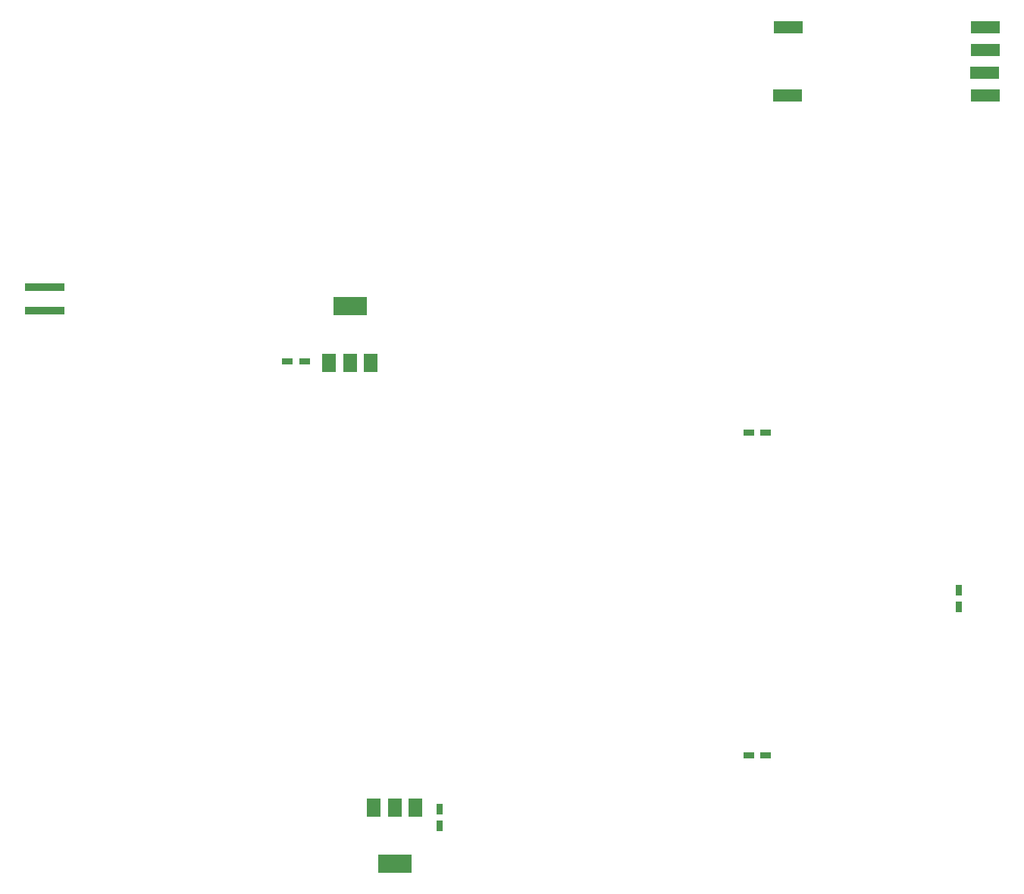
<source format=gbr>
G04 #@! TF.FileFunction,Paste,Top*
%FSLAX46Y46*%
G04 Gerber Fmt 4.6, Leading zero omitted, Abs format (unit mm)*
G04 Created by KiCad (PCBNEW 4.0.7) date 05/17/21 03:00:34*
%MOMM*%
%LPD*%
G01*
G04 APERTURE LIST*
%ADD10C,0.100000*%
%ADD11R,0.750000X1.200000*%
%ADD12R,1.200000X0.750000*%
%ADD13R,4.500000X0.900000*%
%ADD14R,3.200000X1.400000*%
%ADD15R,3.800000X2.000000*%
%ADD16R,1.500000X2.000000*%
G04 APERTURE END LIST*
D10*
D11*
X108000000Y-121050000D03*
X108000000Y-122950000D03*
D12*
X92950000Y-71000000D03*
X91050000Y-71000000D03*
X142550000Y-115000000D03*
X144450000Y-115000000D03*
X142550000Y-79000000D03*
X144450000Y-79000000D03*
D11*
X166000000Y-96550000D03*
X166000000Y-98450000D03*
D13*
X63900000Y-65300000D03*
X63900000Y-62700000D03*
D14*
X146990000Y-33690000D03*
X146900000Y-41310000D03*
X169010000Y-33690000D03*
X169010000Y-36230000D03*
X168922000Y-38770000D03*
X169010000Y-41310000D03*
D15*
X98000000Y-64850000D03*
D16*
X98000000Y-71150000D03*
X100300000Y-71150000D03*
X95700000Y-71150000D03*
D15*
X103000000Y-127150000D03*
D16*
X103000000Y-120850000D03*
X100700000Y-120850000D03*
X105300000Y-120850000D03*
M02*

</source>
